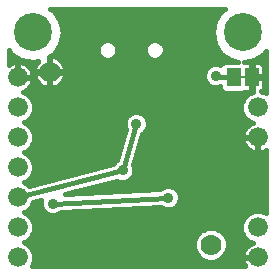
<source format=gbl>
G75*
%MOIN*%
%OFA0B0*%
%FSLAX24Y24*%
%IPPOS*%
%LPD*%
%AMOC8*
5,1,8,0,0,1.08239X$1,22.5*
%
%ADD10C,0.1266*%
%ADD11C,0.0660*%
%ADD12R,0.0460X0.0630*%
%ADD13R,0.0250X0.0080*%
%ADD14C,0.0700*%
%ADD15C,0.0356*%
%ADD16C,0.0160*%
D10*
X001780Y008742D03*
X008780Y008742D03*
D11*
X001280Y001242D03*
X001280Y002242D03*
X001280Y003242D03*
X001280Y004242D03*
X001280Y005242D03*
X001280Y006242D03*
X001280Y007242D03*
X009280Y006242D03*
X009280Y005242D03*
X009280Y002242D03*
X009280Y001242D03*
D12*
X009080Y007242D03*
X008480Y007242D03*
D13*
X008780Y007242D03*
D14*
X007720Y001662D03*
X002350Y007422D03*
D15*
X004218Y005514D03*
X005230Y005692D03*
X004780Y004142D03*
X006297Y003232D03*
X007228Y003820D03*
X007225Y004371D03*
X007880Y007292D03*
X003318Y002464D03*
X002447Y003035D03*
D16*
X006297Y003232D01*
X006025Y003508D02*
X002849Y003346D01*
X004600Y003796D01*
X004703Y003754D01*
X004857Y003754D01*
X005000Y003813D01*
X005109Y003922D01*
X005168Y004065D01*
X005168Y004219D01*
X005131Y004310D01*
X005435Y005357D01*
X005450Y005363D01*
X005559Y005472D01*
X005618Y005615D01*
X005618Y005769D01*
X005559Y005912D01*
X005450Y006021D01*
X005307Y006080D01*
X005153Y006080D01*
X005010Y006021D01*
X004901Y005912D01*
X004842Y005769D01*
X004842Y005615D01*
X004879Y005524D01*
X004575Y004477D01*
X004560Y004471D01*
X004451Y004362D01*
X004449Y004356D01*
X001649Y003636D01*
X001586Y003700D01*
X001484Y003742D01*
X001586Y003784D01*
X001738Y003936D01*
X001820Y004135D01*
X001820Y004349D01*
X001738Y004548D01*
X001586Y004700D01*
X001484Y004742D01*
X001586Y004784D01*
X001738Y004936D01*
X001820Y005135D01*
X001820Y005349D01*
X001738Y005548D01*
X001586Y005700D01*
X001484Y005742D01*
X001586Y005784D01*
X001738Y005936D01*
X001820Y006135D01*
X001820Y006349D01*
X001738Y006548D01*
X001586Y006700D01*
X001443Y006759D01*
X001476Y006769D01*
X001547Y006806D01*
X001612Y006853D01*
X001669Y006910D01*
X001716Y006975D01*
X001753Y007046D01*
X001777Y007123D01*
X001790Y007202D01*
X001790Y007224D01*
X001298Y007224D01*
X001298Y007260D01*
X001262Y007260D01*
X001262Y007752D01*
X001240Y007752D01*
X001161Y007739D01*
X001084Y007715D01*
X001013Y007678D01*
X000990Y007662D01*
X000990Y008152D01*
X001070Y008032D01*
X001396Y007815D01*
X001780Y007738D01*
X001951Y007772D01*
X001946Y007767D01*
X001897Y007700D01*
X001859Y007625D01*
X001833Y007546D01*
X001820Y007464D01*
X001820Y007442D01*
X002330Y007442D01*
X002330Y007926D01*
X002490Y008032D01*
X002707Y008358D01*
X002784Y008742D01*
X002707Y009126D01*
X002490Y009452D01*
X002369Y009532D01*
X008191Y009532D01*
X008070Y009452D01*
X007853Y009126D01*
X007776Y008742D01*
X007853Y008358D01*
X008070Y008032D01*
X008396Y007815D01*
X008636Y007767D01*
X008163Y007767D01*
X008041Y007645D01*
X007957Y007680D01*
X007803Y007680D01*
X007660Y007621D01*
X007551Y007512D01*
X007492Y007369D01*
X007492Y007215D01*
X007551Y007072D01*
X007660Y006963D01*
X007803Y006904D01*
X007957Y006904D01*
X008040Y006938D01*
X008040Y006840D01*
X008163Y006717D01*
X008797Y006717D01*
X008827Y006747D01*
X009045Y006747D01*
X009045Y007045D01*
X009115Y007115D01*
X009115Y007207D01*
X009115Y007277D01*
X009115Y007369D01*
X009045Y007439D01*
X009045Y007737D01*
X008827Y007737D01*
X008818Y007746D01*
X009164Y007815D01*
X009490Y008032D01*
X009558Y008135D01*
X009558Y006711D01*
X009406Y006774D01*
X009421Y006783D01*
X009454Y006816D01*
X009478Y006858D01*
X009490Y006903D01*
X009490Y007207D01*
X009115Y007207D01*
X009115Y006758D01*
X008974Y006700D01*
X008822Y006548D01*
X008740Y006349D01*
X008740Y006135D01*
X008822Y005936D01*
X008974Y005784D01*
X009117Y005725D01*
X009084Y005715D01*
X009013Y005678D01*
X008948Y005631D01*
X008891Y005574D01*
X008844Y005509D01*
X008807Y005438D01*
X008783Y005361D01*
X008770Y005282D01*
X008770Y005260D01*
X009262Y005260D01*
X009262Y005224D01*
X009298Y005224D01*
X009298Y004732D01*
X009320Y004732D01*
X009399Y004745D01*
X009476Y004769D01*
X009547Y004806D01*
X009558Y004814D01*
X009558Y002711D01*
X009387Y002782D01*
X009173Y002782D01*
X008974Y002700D01*
X008822Y002548D01*
X008740Y002349D01*
X008740Y002135D01*
X008822Y001936D01*
X008974Y001784D01*
X009117Y001725D01*
X009084Y001715D01*
X009013Y001678D01*
X008948Y001631D01*
X008891Y001574D01*
X008844Y001509D01*
X008807Y001438D01*
X008783Y001361D01*
X008770Y001282D01*
X008770Y001260D01*
X009262Y001260D01*
X009262Y001224D01*
X008770Y001224D01*
X008770Y001202D01*
X008783Y001123D01*
X008807Y001046D01*
X008844Y000975D01*
X008860Y000952D01*
X001744Y000952D01*
X001820Y001135D01*
X001820Y001349D01*
X001738Y001548D01*
X001586Y001700D01*
X001484Y001742D01*
X001586Y001784D01*
X001738Y001936D01*
X001820Y002135D01*
X001820Y002349D01*
X001738Y002548D01*
X001586Y002700D01*
X001484Y002742D01*
X001586Y002784D01*
X001738Y002936D01*
X001795Y003075D01*
X002073Y003147D01*
X002059Y003112D01*
X002059Y002958D01*
X002118Y002815D01*
X002227Y002706D01*
X002370Y002647D01*
X002524Y002647D01*
X002667Y002706D01*
X002719Y002759D01*
X006051Y002929D01*
X006077Y002903D01*
X006220Y002844D01*
X006374Y002844D01*
X006517Y002903D01*
X006626Y003012D01*
X006685Y003155D01*
X006685Y003309D01*
X006626Y003452D01*
X006517Y003561D01*
X006374Y003620D01*
X006220Y003620D01*
X006077Y003561D01*
X006025Y003508D01*
X006159Y003595D02*
X003817Y003595D01*
X003338Y004071D02*
X001793Y004071D01*
X001714Y003912D02*
X002721Y003912D01*
X003201Y003437D02*
X004619Y003437D01*
X004434Y003754D02*
X009558Y003754D01*
X009558Y003595D02*
X006435Y003595D01*
X006632Y003437D02*
X009558Y003437D01*
X009558Y003278D02*
X006685Y003278D01*
X006670Y003120D02*
X009558Y003120D01*
X009558Y002961D02*
X006575Y002961D01*
X007403Y002137D02*
X007245Y001979D01*
X007160Y001773D01*
X007160Y001551D01*
X007245Y001345D01*
X007403Y001187D01*
X007609Y001102D01*
X007831Y001102D01*
X008037Y001187D01*
X008195Y001345D01*
X008280Y001551D01*
X008280Y001773D01*
X008195Y001979D01*
X008037Y002137D01*
X007831Y002222D01*
X007609Y002222D01*
X007403Y002137D01*
X007479Y002169D02*
X001820Y002169D01*
X001820Y002327D02*
X008740Y002327D01*
X008740Y002169D02*
X007961Y002169D01*
X008164Y002010D02*
X008792Y002010D01*
X008907Y001852D02*
X008248Y001852D01*
X008280Y001693D02*
X009042Y001693D01*
X008862Y001535D02*
X008273Y001535D01*
X008208Y001376D02*
X008787Y001376D01*
X008770Y001218D02*
X008067Y001218D01*
X007373Y001218D02*
X001820Y001218D01*
X001789Y001059D02*
X008803Y001059D01*
X008796Y002486D02*
X001764Y002486D01*
X001642Y002644D02*
X008918Y002644D01*
X009558Y002803D02*
X003578Y002803D01*
X004780Y004142D02*
X005230Y005692D01*
X005498Y005973D02*
X008807Y005973D01*
X008741Y006131D02*
X001819Y006131D01*
X001753Y005973D02*
X004962Y005973D01*
X004860Y005814D02*
X001616Y005814D01*
X001630Y005656D02*
X004842Y005656D01*
X004871Y005497D02*
X001759Y005497D01*
X001820Y005339D02*
X004825Y005339D01*
X004779Y005180D02*
X001820Y005180D01*
X001773Y005022D02*
X004733Y005022D01*
X004687Y004863D02*
X001665Y004863D01*
X001574Y004705D02*
X004641Y004705D01*
X004595Y004546D02*
X001739Y004546D01*
X001804Y004388D02*
X004477Y004388D01*
X004780Y004142D02*
X001280Y003242D01*
X001604Y002803D02*
X002131Y002803D01*
X002059Y002961D02*
X001748Y002961D01*
X001968Y003120D02*
X002062Y003120D01*
X002105Y003754D02*
X001512Y003754D01*
X001820Y004229D02*
X003954Y004229D01*
X005099Y003912D02*
X009558Y003912D01*
X009558Y004071D02*
X005168Y004071D01*
X005164Y004229D02*
X009558Y004229D01*
X009558Y004388D02*
X005153Y004388D01*
X005199Y004546D02*
X009558Y004546D01*
X009558Y004705D02*
X005245Y004705D01*
X005291Y004863D02*
X008938Y004863D01*
X008948Y004853D02*
X009013Y004806D01*
X009084Y004769D01*
X009161Y004745D01*
X009240Y004732D01*
X009262Y004732D01*
X009262Y005224D01*
X008770Y005224D01*
X008770Y005202D01*
X008783Y005123D01*
X008807Y005046D01*
X008844Y004975D01*
X008891Y004910D01*
X008948Y004853D01*
X008820Y005022D02*
X005337Y005022D01*
X005383Y005180D02*
X008773Y005180D01*
X008779Y005339D02*
X005429Y005339D01*
X005569Y005497D02*
X008838Y005497D01*
X008981Y005656D02*
X005618Y005656D01*
X005600Y005814D02*
X008944Y005814D01*
X008740Y006290D02*
X001820Y006290D01*
X001779Y006448D02*
X008781Y006448D01*
X008881Y006607D02*
X001679Y006607D01*
X001462Y006765D02*
X008115Y006765D01*
X008040Y006924D02*
X008005Y006924D01*
X007755Y006924D02*
X002531Y006924D01*
X002553Y006931D02*
X002628Y006969D01*
X002695Y007018D01*
X002754Y007077D01*
X002803Y007144D01*
X002841Y007219D01*
X002867Y007298D01*
X002880Y007380D01*
X002880Y007402D01*
X002370Y007402D01*
X002370Y007442D01*
X002330Y007442D01*
X002330Y007402D01*
X001820Y007402D01*
X001820Y007380D01*
X001833Y007298D01*
X001859Y007219D01*
X001897Y007144D01*
X001946Y007077D01*
X002005Y007018D01*
X002072Y006969D01*
X002147Y006931D01*
X002226Y006905D01*
X002308Y006892D01*
X002330Y006892D01*
X002330Y007402D01*
X002370Y007402D01*
X002370Y006892D01*
X002392Y006892D01*
X002474Y006905D01*
X002553Y006931D01*
X002370Y006924D02*
X002330Y006924D01*
X002169Y006924D02*
X001679Y006924D01*
X001764Y007082D02*
X001942Y007082D01*
X001852Y007241D02*
X001298Y007241D01*
X001298Y007260D02*
X001790Y007260D01*
X001790Y007282D01*
X001777Y007361D01*
X001753Y007438D01*
X001716Y007509D01*
X001669Y007574D01*
X001612Y007631D01*
X001547Y007678D01*
X001476Y007715D01*
X001399Y007739D01*
X001320Y007752D01*
X001298Y007752D01*
X001298Y007260D01*
X001298Y007399D02*
X001262Y007399D01*
X001262Y007558D02*
X001298Y007558D01*
X001298Y007716D02*
X001262Y007716D01*
X001306Y007875D02*
X000990Y007875D01*
X000990Y008033D02*
X001070Y008033D01*
X001088Y007716D02*
X000990Y007716D01*
X001472Y007716D02*
X001908Y007716D01*
X001837Y007558D02*
X001681Y007558D01*
X001765Y007399D02*
X001820Y007399D01*
X002330Y007399D02*
X002370Y007399D01*
X002370Y007442D02*
X002880Y007442D01*
X002880Y007464D01*
X002867Y007546D01*
X002841Y007625D01*
X002803Y007700D01*
X002754Y007767D01*
X002695Y007826D01*
X002628Y007875D01*
X002553Y007913D01*
X002474Y007939D01*
X002392Y007952D01*
X002370Y007952D01*
X002370Y007442D01*
X002370Y007558D02*
X002330Y007558D01*
X002330Y007716D02*
X002370Y007716D01*
X002370Y007875D02*
X002330Y007875D01*
X002490Y008033D02*
X003969Y008033D01*
X003945Y008090D02*
X003995Y007970D01*
X004088Y007877D01*
X004208Y007827D01*
X004339Y007827D01*
X004459Y007877D01*
X004552Y007970D01*
X004602Y008090D01*
X004602Y008221D01*
X004552Y008341D01*
X004459Y008434D01*
X004339Y008484D01*
X004208Y008484D01*
X004088Y008434D01*
X003995Y008341D01*
X003945Y008221D01*
X003945Y008090D01*
X003945Y008192D02*
X002596Y008192D01*
X002702Y008350D02*
X004004Y008350D01*
X004095Y007875D02*
X002629Y007875D01*
X002792Y007716D02*
X008112Y007716D01*
X008306Y007875D02*
X006027Y007875D01*
X006034Y007877D02*
X006127Y007970D01*
X006177Y008090D01*
X006177Y008221D01*
X006127Y008341D01*
X006034Y008434D01*
X005914Y008484D01*
X005783Y008484D01*
X005663Y008434D01*
X005570Y008341D01*
X005520Y008221D01*
X005520Y008090D01*
X005570Y007970D01*
X005663Y007877D01*
X005783Y007827D01*
X005914Y007827D01*
X006034Y007877D01*
X006153Y008033D02*
X008070Y008033D01*
X007964Y008192D02*
X006177Y008192D01*
X006118Y008350D02*
X007858Y008350D01*
X007823Y008509D02*
X002737Y008509D01*
X002769Y008667D02*
X007791Y008667D01*
X007793Y008826D02*
X002767Y008826D01*
X002736Y008984D02*
X007824Y008984D01*
X007864Y009143D02*
X002696Y009143D01*
X002590Y009301D02*
X007970Y009301D01*
X008082Y009460D02*
X002478Y009460D01*
X002863Y007558D02*
X007597Y007558D01*
X007504Y007399D02*
X002880Y007399D01*
X002848Y007241D02*
X007492Y007241D01*
X007547Y007082D02*
X002758Y007082D01*
X002370Y007082D02*
X002330Y007082D01*
X002330Y007241D02*
X002370Y007241D01*
X004453Y007875D02*
X005669Y007875D01*
X005544Y008033D02*
X004578Y008033D01*
X004602Y008192D02*
X005520Y008192D01*
X005579Y008350D02*
X004543Y008350D01*
X007880Y007292D02*
X007930Y007242D01*
X008480Y007242D01*
X009082Y007082D02*
X009115Y007082D01*
X009115Y007207D02*
X009115Y007207D01*
X009115Y007241D02*
X009558Y007241D01*
X009490Y007277D02*
X009490Y007581D01*
X009478Y007626D01*
X009454Y007668D01*
X009421Y007701D01*
X009379Y007725D01*
X009334Y007737D01*
X009115Y007737D01*
X009115Y007277D01*
X009115Y007277D01*
X009490Y007277D01*
X009490Y007399D02*
X009558Y007399D01*
X009558Y007558D02*
X009490Y007558D01*
X009558Y007716D02*
X009395Y007716D01*
X009254Y007875D02*
X009558Y007875D01*
X009558Y008033D02*
X009490Y008033D01*
X009115Y007716D02*
X009045Y007716D01*
X009045Y007558D02*
X009115Y007558D01*
X009115Y007399D02*
X009085Y007399D01*
X009490Y007082D02*
X009558Y007082D01*
X009558Y006924D02*
X009490Y006924D01*
X009428Y006765D02*
X009558Y006765D01*
X009115Y006765D02*
X009045Y006765D01*
X009045Y006924D02*
X009115Y006924D01*
X009262Y005180D02*
X009298Y005180D01*
X009298Y005022D02*
X009262Y005022D01*
X009262Y004863D02*
X009298Y004863D01*
X007276Y002010D02*
X001768Y002010D01*
X001653Y001852D02*
X007192Y001852D01*
X007160Y001693D02*
X001593Y001693D01*
X001743Y001535D02*
X007167Y001535D01*
X007232Y001376D02*
X001809Y001376D01*
M02*

</source>
